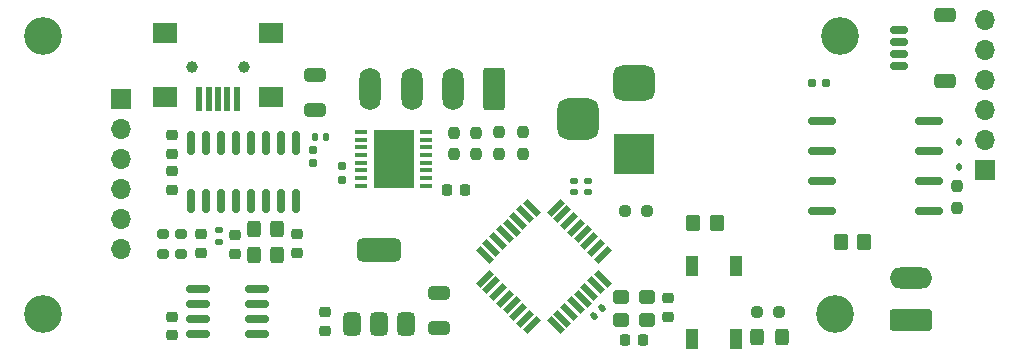
<source format=gbr>
%TF.GenerationSoftware,KiCad,Pcbnew,8.0.2*%
%TF.CreationDate,2024-12-30T14:19:07+01:00*%
%TF.ProjectId,MasterOfAccessories,4d617374-6572-44f6-9641-63636573736f,rev?*%
%TF.SameCoordinates,Original*%
%TF.FileFunction,Soldermask,Top*%
%TF.FilePolarity,Negative*%
%FSLAX46Y46*%
G04 Gerber Fmt 4.6, Leading zero omitted, Abs format (unit mm)*
G04 Created by KiCad (PCBNEW 8.0.2) date 2024-12-30 14:19:07*
%MOMM*%
%LPD*%
G01*
G04 APERTURE LIST*
G04 Aperture macros list*
%AMRoundRect*
0 Rectangle with rounded corners*
0 $1 Rounding radius*
0 $2 $3 $4 $5 $6 $7 $8 $9 X,Y pos of 4 corners*
0 Add a 4 corners polygon primitive as box body*
4,1,4,$2,$3,$4,$5,$6,$7,$8,$9,$2,$3,0*
0 Add four circle primitives for the rounded corners*
1,1,$1+$1,$2,$3*
1,1,$1+$1,$4,$5*
1,1,$1+$1,$6,$7*
1,1,$1+$1,$8,$9*
0 Add four rect primitives between the rounded corners*
20,1,$1+$1,$2,$3,$4,$5,0*
20,1,$1+$1,$4,$5,$6,$7,0*
20,1,$1+$1,$6,$7,$8,$9,0*
20,1,$1+$1,$8,$9,$2,$3,0*%
%AMRotRect*
0 Rectangle, with rotation*
0 The origin of the aperture is its center*
0 $1 length*
0 $2 width*
0 $3 Rotation angle, in degrees counterclockwise*
0 Add horizontal line*
21,1,$1,$2,0,0,$3*%
G04 Aperture macros list end*
%ADD10C,3.200000*%
%ADD11R,1.100000X1.800000*%
%ADD12RoundRect,0.237500X0.250000X0.237500X-0.250000X0.237500X-0.250000X-0.237500X0.250000X-0.237500X0*%
%ADD13RoundRect,0.250000X0.325000X0.450000X-0.325000X0.450000X-0.325000X-0.450000X0.325000X-0.450000X0*%
%ADD14RotRect,1.600000X0.550000X225.000000*%
%ADD15RotRect,1.600000X0.550000X135.000000*%
%ADD16RoundRect,0.300000X-0.300000X0.400000X-0.300000X-0.400000X0.300000X-0.400000X0.300000X0.400000X0*%
%ADD17RoundRect,0.155000X-0.155000X0.212500X-0.155000X-0.212500X0.155000X-0.212500X0.155000X0.212500X0*%
%ADD18RoundRect,0.237500X0.237500X-0.250000X0.237500X0.250000X-0.237500X0.250000X-0.237500X-0.250000X0*%
%ADD19RoundRect,0.150000X0.825000X0.150000X-0.825000X0.150000X-0.825000X-0.150000X0.825000X-0.150000X0*%
%ADD20RoundRect,0.140000X0.170000X-0.140000X0.170000X0.140000X-0.170000X0.140000X-0.170000X-0.140000X0*%
%ADD21RoundRect,0.875000X-0.875000X0.875000X-0.875000X-0.875000X0.875000X-0.875000X0.875000X0.875000X0*%
%ADD22RoundRect,0.750000X-1.000000X0.750000X-1.000000X-0.750000X1.000000X-0.750000X1.000000X0.750000X0*%
%ADD23R,3.500000X3.500000*%
%ADD24RoundRect,0.160000X-0.197500X-0.160000X0.197500X-0.160000X0.197500X0.160000X-0.197500X0.160000X0*%
%ADD25RoundRect,0.237500X-0.250000X-0.237500X0.250000X-0.237500X0.250000X0.237500X-0.250000X0.237500X0*%
%ADD26RoundRect,0.150000X0.150000X-0.825000X0.150000X0.825000X-0.150000X0.825000X-0.150000X-0.825000X0*%
%ADD27RoundRect,0.162500X1.012500X0.162500X-1.012500X0.162500X-1.012500X-0.162500X1.012500X-0.162500X0*%
%ADD28RoundRect,0.225000X-0.225000X-0.250000X0.225000X-0.250000X0.225000X0.250000X-0.225000X0.250000X0*%
%ADD29RoundRect,0.250000X0.650000X-0.325000X0.650000X0.325000X-0.650000X0.325000X-0.650000X-0.325000X0*%
%ADD30RoundRect,0.112500X0.112500X-0.187500X0.112500X0.187500X-0.112500X0.187500X-0.112500X-0.187500X0*%
%ADD31RoundRect,0.237500X-0.237500X0.250000X-0.237500X-0.250000X0.237500X-0.250000X0.237500X0.250000X0*%
%ADD32O,1.700000X1.700000*%
%ADD33R,1.700000X1.700000*%
%ADD34RoundRect,0.225000X0.250000X-0.225000X0.250000X0.225000X-0.250000X0.225000X-0.250000X-0.225000X0*%
%ADD35R,2.000000X1.700000*%
%ADD36R,0.500000X2.000000*%
%ADD37C,1.000000*%
%ADD38RoundRect,0.140000X0.140000X0.170000X-0.140000X0.170000X-0.140000X-0.170000X0.140000X-0.170000X0*%
%ADD39RoundRect,0.225000X-0.250000X0.225000X-0.250000X-0.225000X0.250000X-0.225000X0.250000X0.225000X0*%
%ADD40RoundRect,0.140000X-0.170000X0.140000X-0.170000X-0.140000X0.170000X-0.140000X0.170000X0.140000X0*%
%ADD41RoundRect,0.375000X0.375000X-0.625000X0.375000X0.625000X-0.375000X0.625000X-0.375000X-0.625000X0*%
%ADD42RoundRect,0.500000X1.400000X-0.500000X1.400000X0.500000X-1.400000X0.500000X-1.400000X-0.500000X0*%
%ADD43RoundRect,0.225000X0.225000X0.250000X-0.225000X0.250000X-0.225000X-0.250000X0.225000X-0.250000X0*%
%ADD44RoundRect,0.250000X0.350000X0.450000X-0.350000X0.450000X-0.350000X-0.450000X0.350000X-0.450000X0*%
%ADD45RoundRect,0.200000X-0.275000X0.200000X-0.275000X-0.200000X0.275000X-0.200000X0.275000X0.200000X0*%
%ADD46RoundRect,0.300000X-0.400000X-0.300000X0.400000X-0.300000X0.400000X0.300000X-0.400000X0.300000X0*%
%ADD47RoundRect,0.140000X-0.021213X0.219203X-0.219203X0.021213X0.021213X-0.219203X0.219203X-0.021213X0*%
%ADD48RoundRect,0.250000X0.650000X-0.350000X0.650000X0.350000X-0.650000X0.350000X-0.650000X-0.350000X0*%
%ADD49RoundRect,0.150000X0.625000X-0.150000X0.625000X0.150000X-0.625000X0.150000X-0.625000X-0.150000X0*%
%ADD50RoundRect,0.200000X0.275000X-0.200000X0.275000X0.200000X-0.275000X0.200000X-0.275000X-0.200000X0*%
%ADD51RoundRect,0.250000X0.650000X1.550000X-0.650000X1.550000X-0.650000X-1.550000X0.650000X-1.550000X0*%
%ADD52O,1.800000X3.600000*%
%ADD53R,3.400000X5.000000*%
%ADD54R,1.050000X0.450000*%
%ADD55RoundRect,0.250000X1.550000X-0.650000X1.550000X0.650000X-1.550000X0.650000X-1.550000X-0.650000X0*%
%ADD56O,3.600000X1.800000*%
G04 APERTURE END LIST*
D10*
%TO.C,REF\u002A\u002A*%
X243000000Y-113000000D03*
%TD*%
D11*
%TO.C,SW1001*%
X230941000Y-115114000D03*
X230941000Y-108914000D03*
X234641000Y-115114000D03*
X234641000Y-108914000D03*
%TD*%
D12*
%TO.C,R1001*%
X238285500Y-112841000D03*
X236460500Y-112841000D03*
%TD*%
D13*
%TO.C,D1001*%
X238525000Y-115000000D03*
X236475000Y-115000000D03*
%TD*%
D14*
%TO.C,U201*%
X217351106Y-113985103D03*
X216785421Y-113419417D03*
X216219735Y-112853732D03*
X215654050Y-112288047D03*
X215088364Y-111722361D03*
X214522679Y-111156676D03*
X213956994Y-110590990D03*
X213391308Y-110025305D03*
D15*
X213391308Y-107974695D03*
X213956994Y-107409010D03*
X214522679Y-106843324D03*
X215088364Y-106277639D03*
X215654050Y-105711953D03*
X216219735Y-105146268D03*
X216785421Y-104580583D03*
X217351106Y-104014897D03*
D14*
X219401716Y-104014897D03*
X219967401Y-104580583D03*
X220533087Y-105146268D03*
X221098772Y-105711953D03*
X221664458Y-106277639D03*
X222230143Y-106843324D03*
X222795828Y-107409010D03*
X223361514Y-107974695D03*
D15*
X223361514Y-110025305D03*
X222795828Y-110590990D03*
X222230143Y-111156676D03*
X221664458Y-111722361D03*
X221098772Y-112288047D03*
X220533087Y-112853732D03*
X219967401Y-113419417D03*
X219401716Y-113985103D03*
%TD*%
D16*
%TO.C,Y501*%
X193865000Y-105775000D03*
X193865000Y-107975000D03*
X195765000Y-107975000D03*
X195765000Y-105775000D03*
%TD*%
D17*
%TO.C,C405*%
X198882000Y-99127500D03*
X198882000Y-100262500D03*
%TD*%
D18*
%TO.C,R404*%
X216610000Y-99448000D03*
X216610000Y-97623000D03*
%TD*%
D19*
%TO.C,U801*%
X194071000Y-114693000D03*
X194071000Y-113423000D03*
X194071000Y-112153000D03*
X194071000Y-110883000D03*
X189121000Y-110883000D03*
X189121000Y-112153000D03*
X189121000Y-113423000D03*
X189121000Y-114693000D03*
%TD*%
D20*
%TO.C,C505*%
X190844000Y-106897000D03*
X190844000Y-105937000D03*
%TD*%
D21*
%TO.C,J301*%
X221300000Y-96472000D03*
D22*
X226000000Y-93472000D03*
D23*
X226000000Y-99472000D03*
%TD*%
D24*
%TO.C,R201*%
X241066500Y-93472000D03*
X242261500Y-93472000D03*
%TD*%
D25*
%TO.C,R701*%
X225274500Y-104263000D03*
X227099500Y-104263000D03*
%TD*%
D26*
%TO.C,U501*%
X188555000Y-103475000D03*
X189825000Y-103475000D03*
X191095000Y-103475000D03*
X192365000Y-103475000D03*
X193635000Y-103475000D03*
X194905000Y-103475000D03*
X196175000Y-103475000D03*
X197445000Y-103475000D03*
X197445000Y-98525000D03*
X196175000Y-98525000D03*
X194905000Y-98525000D03*
X193635000Y-98525000D03*
X192365000Y-98525000D03*
X191095000Y-98525000D03*
X189825000Y-98525000D03*
X188555000Y-98525000D03*
%TD*%
D10*
%TO.C,REF\u002A\u002A*%
X176000000Y-89500000D03*
%TD*%
D27*
%TO.C,U901*%
X241975000Y-104310000D03*
X241975000Y-101770000D03*
X241975000Y-99230000D03*
X241975000Y-96690000D03*
X251025000Y-96690000D03*
X251025000Y-99230000D03*
X251025000Y-101770000D03*
X251025000Y-104310000D03*
%TD*%
D28*
%TO.C,C401*%
X210172000Y-102485000D03*
X211722000Y-102485000D03*
%TD*%
D29*
%TO.C,C301*%
X209500000Y-114225000D03*
X209500000Y-111275000D03*
%TD*%
D10*
%TO.C,REF\u002A\u002A*%
X243500000Y-89500000D03*
%TD*%
D30*
%TO.C,D901*%
X253500000Y-100550000D03*
X253500000Y-98450000D03*
%TD*%
D31*
%TO.C,R403*%
X214610000Y-97623000D03*
X214610000Y-99448000D03*
%TD*%
D17*
%TO.C,C404*%
X201295000Y-100520500D03*
X201295000Y-101655500D03*
%TD*%
D32*
%TO.C,J601*%
X182598000Y-107500000D03*
X182598000Y-104960000D03*
X182598000Y-102420000D03*
X182598000Y-99880000D03*
X182598000Y-97340000D03*
D33*
X182598000Y-94800000D03*
%TD*%
D34*
%TO.C,C504*%
X197448000Y-107827000D03*
X197448000Y-106277000D03*
%TD*%
%TO.C,C501*%
X186904000Y-99427000D03*
X186904000Y-97877000D03*
%TD*%
D35*
%TO.C,J501*%
X186350000Y-89225000D03*
X186350000Y-94675000D03*
X195250000Y-89225000D03*
X195250000Y-94675000D03*
D36*
X189200000Y-94775000D03*
X190000000Y-94775000D03*
X190800000Y-94775000D03*
X191600000Y-94775000D03*
X192400000Y-94775000D03*
D37*
X188600000Y-92075000D03*
X193000000Y-92075000D03*
%TD*%
D38*
%TO.C,C402*%
X199960000Y-97995000D03*
X199000000Y-97995000D03*
%TD*%
D39*
%TO.C,C502*%
X186904000Y-100925000D03*
X186904000Y-102475000D03*
%TD*%
D40*
%TO.C,C702*%
X222123000Y-101751000D03*
X222123000Y-102711000D03*
%TD*%
D39*
%TO.C,C503*%
X192275000Y-106354000D03*
X192275000Y-107904000D03*
%TD*%
D41*
%TO.C,U301*%
X202120000Y-113868000D03*
X204420000Y-113868000D03*
D42*
X204420000Y-107568000D03*
D41*
X206720000Y-113868000D03*
%TD*%
D31*
%TO.C,R401*%
X210796000Y-97675000D03*
X210796000Y-99500000D03*
%TD*%
D34*
%TO.C,C203*%
X228927411Y-113245000D03*
X228927411Y-111695000D03*
%TD*%
D39*
%TO.C,C801*%
X186944000Y-113267000D03*
X186944000Y-114817000D03*
%TD*%
D33*
%TO.C,J201*%
X255761000Y-100838000D03*
D32*
X255761000Y-98298000D03*
X255761000Y-95758000D03*
X255761000Y-93218000D03*
X255761000Y-90678000D03*
X255761000Y-88138000D03*
%TD*%
D43*
%TO.C,C201*%
X226781411Y-115232000D03*
X225231411Y-115232000D03*
%TD*%
D39*
%TO.C,C302*%
X199848000Y-112864000D03*
X199848000Y-114414000D03*
%TD*%
D10*
%TO.C,REF\u002A\u002A*%
X176000000Y-113000000D03*
%TD*%
D44*
%TO.C,R903*%
X233029000Y-105283000D03*
X231029000Y-105283000D03*
%TD*%
D29*
%TO.C,C403*%
X199000000Y-95725000D03*
X199000000Y-92775000D03*
%TD*%
D45*
%TO.C,R501*%
X186145000Y-106240000D03*
X186145000Y-107890000D03*
%TD*%
D46*
%TO.C,Y201*%
X224949411Y-113481000D03*
X227149411Y-113481000D03*
X227149411Y-111581000D03*
X224949411Y-111581000D03*
%TD*%
D47*
%TO.C,C202*%
X223339411Y-112470000D03*
X222660589Y-113148822D03*
%TD*%
D18*
%TO.C,R402*%
X212610000Y-99500000D03*
X212610000Y-97675000D03*
%TD*%
%TO.C,R901*%
X253348000Y-104036500D03*
X253348000Y-102211500D03*
%TD*%
D48*
%TO.C,J701*%
X252375000Y-87700000D03*
X252375000Y-93300000D03*
D49*
X248500000Y-89000000D03*
X248500000Y-90000000D03*
X248500000Y-91000000D03*
X248500000Y-92000000D03*
%TD*%
D40*
%TO.C,C701*%
X220980000Y-101751000D03*
X220980000Y-102711000D03*
%TD*%
D39*
%TO.C,C506*%
X189320000Y-106277000D03*
X189320000Y-107827000D03*
%TD*%
D44*
%TO.C,R902*%
X245521000Y-106934000D03*
X243521000Y-106934000D03*
%TD*%
D50*
%TO.C,R502*%
X187669000Y-107890000D03*
X187669000Y-106240000D03*
%TD*%
D51*
%TO.C,J401*%
X214195000Y-93932500D03*
D52*
X210695000Y-93932500D03*
X207195000Y-93932500D03*
X203695000Y-93932500D03*
%TD*%
D53*
%TO.C,U401*%
X205662600Y-99875000D03*
D54*
X202887600Y-102150000D03*
X202887600Y-101500000D03*
X202887600Y-100850000D03*
X202887600Y-100200000D03*
X202887600Y-99550000D03*
X202887600Y-98900000D03*
X202887600Y-98250000D03*
X202887600Y-97600000D03*
X208437600Y-97600000D03*
X208437600Y-98250000D03*
X208437600Y-98900000D03*
X208437600Y-99550000D03*
X208437600Y-100200000D03*
X208437600Y-100850000D03*
X208437600Y-101500000D03*
X208437600Y-102150000D03*
%TD*%
D55*
%TO.C,J901*%
X249500000Y-113500000D03*
D56*
X249500000Y-110000000D03*
%TD*%
M02*

</source>
